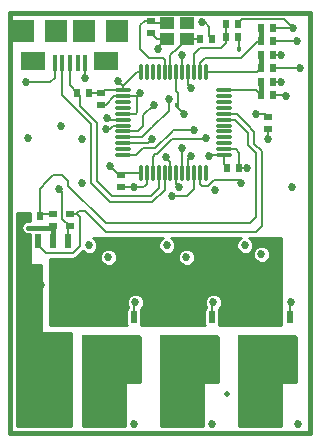
<source format=gbl>
G04 (created by PCBNEW-RS274X (2012-01-19 BZR 3256)-stable) date 9/11/2012 11:00:15 PM*
G01*
G70*
G90*
%MOIN*%
G04 Gerber Fmt 3.4, Leading zero omitted, Abs format*
%FSLAX34Y34*%
G04 APERTURE LIST*
%ADD10C,0.001000*%
%ADD11C,0.015000*%
%ADD12R,0.015700X0.053100*%
%ADD13R,0.082700X0.063000*%
%ADD14R,0.074800X0.074800*%
%ADD15R,0.020000X0.045000*%
%ADD16O,0.011800X0.055100*%
%ADD17O,0.055100X0.011800*%
%ADD18R,0.196900X0.161400*%
%ADD19R,0.019700X0.041300*%
%ADD20R,0.025000X0.020000*%
%ADD21R,0.020000X0.025000*%
%ADD22R,0.047200X0.039400*%
%ADD23C,0.027000*%
%ADD24C,0.020000*%
%ADD25C,0.018000*%
%ADD26C,0.008000*%
%ADD27C,0.010000*%
G04 APERTURE END LIST*
G54D10*
G54D11*
X44016Y-40961D02*
X44016Y-54961D01*
X54016Y-40961D02*
X44016Y-40961D01*
X54016Y-54961D02*
X54016Y-40961D01*
X44016Y-54961D02*
X54016Y-54961D01*
G54D12*
X45504Y-42624D03*
X45760Y-42624D03*
X46016Y-42624D03*
X46272Y-42624D03*
X46528Y-42624D03*
G54D13*
X44796Y-42565D03*
X47236Y-42565D03*
G54D14*
X45544Y-41561D03*
X46488Y-41561D03*
X47591Y-41561D03*
X44441Y-41561D03*
G54D15*
X45950Y-48550D03*
X45450Y-48550D03*
X44950Y-48550D03*
X44450Y-48550D03*
X44450Y-51050D03*
X44950Y-51050D03*
X45450Y-51050D03*
X45950Y-51050D03*
G54D16*
X48383Y-42938D03*
X48580Y-42938D03*
X48777Y-42938D03*
X48974Y-42938D03*
X49171Y-42938D03*
X49368Y-42938D03*
X49564Y-42938D03*
X49761Y-42938D03*
X49958Y-42938D03*
X50155Y-42938D03*
X50352Y-42938D03*
X50549Y-42938D03*
G54D17*
X51139Y-43528D03*
X51139Y-43725D03*
X51139Y-43922D03*
X51139Y-44119D03*
X51139Y-44316D03*
X51139Y-44513D03*
X51139Y-44709D03*
X51139Y-44906D03*
X51139Y-45103D03*
X51139Y-45300D03*
X51139Y-45497D03*
X51139Y-45694D03*
G54D16*
X50549Y-46284D03*
X50352Y-46284D03*
X50155Y-46284D03*
X49958Y-46284D03*
X49761Y-46284D03*
X49564Y-46284D03*
X49368Y-46284D03*
X49171Y-46284D03*
X48974Y-46284D03*
X48777Y-46284D03*
X48580Y-46284D03*
X48383Y-46284D03*
G54D17*
X47793Y-45694D03*
X47793Y-45497D03*
X47793Y-45300D03*
X47793Y-45103D03*
X47793Y-44906D03*
X47793Y-44709D03*
X47793Y-44513D03*
X47793Y-44316D03*
X47793Y-44119D03*
X47793Y-43922D03*
X47793Y-43725D03*
X47793Y-43528D03*
G54D18*
X47400Y-52500D03*
G54D19*
X46652Y-51102D03*
X47144Y-51102D03*
X47656Y-51102D03*
X48148Y-51102D03*
G54D18*
X50000Y-52500D03*
G54D19*
X49252Y-51102D03*
X49744Y-51102D03*
X50256Y-51102D03*
X50748Y-51102D03*
G54D18*
X52600Y-52500D03*
G54D19*
X51852Y-51102D03*
X52344Y-51102D03*
X52856Y-51102D03*
X53348Y-51102D03*
G54D20*
X45466Y-47661D03*
X45466Y-48061D03*
X46016Y-48061D03*
X46016Y-47661D03*
G54D21*
X45016Y-47711D03*
X44616Y-47711D03*
X52400Y-43250D03*
X52800Y-43250D03*
X52800Y-43700D03*
X52400Y-43700D03*
X52400Y-42350D03*
X52800Y-42350D03*
X52800Y-42800D03*
X52400Y-42800D03*
X52400Y-41450D03*
X52800Y-41450D03*
X52800Y-41900D03*
X52400Y-41900D03*
X51216Y-41311D03*
X51616Y-41311D03*
X51616Y-41761D03*
X51216Y-41761D03*
X51266Y-46111D03*
X51666Y-46111D03*
G54D20*
X52616Y-44811D03*
X52616Y-44411D03*
X47066Y-43611D03*
X47066Y-44011D03*
X47716Y-46361D03*
X47716Y-46761D03*
G54D21*
X46666Y-43611D03*
X46266Y-43611D03*
G54D20*
X48716Y-41611D03*
X48716Y-41211D03*
G54D21*
X50766Y-41811D03*
X50366Y-41811D03*
G54D22*
X49916Y-41811D03*
X49916Y-41299D03*
X49247Y-41299D03*
X49247Y-41811D03*
G54D23*
X52616Y-45161D03*
X50066Y-43461D03*
X47366Y-46061D03*
X50666Y-45711D03*
X45716Y-44711D03*
X45666Y-46811D03*
X47616Y-43211D03*
X44566Y-43261D03*
G54D24*
X51266Y-53661D03*
G54D23*
X53216Y-43711D03*
X49216Y-45761D03*
X50066Y-45711D03*
X49666Y-46761D03*
X49416Y-47061D03*
X49766Y-45461D03*
X51716Y-46621D03*
X48766Y-45161D03*
X47266Y-44461D03*
X47216Y-44811D03*
X49766Y-42361D03*
X53066Y-43261D03*
X52216Y-44311D03*
X50866Y-46861D03*
X51916Y-46111D03*
X48366Y-43611D03*
X48166Y-46761D03*
X46416Y-46611D03*
X44616Y-45111D03*
X53416Y-46761D03*
X53066Y-42361D03*
X53450Y-41450D03*
X48966Y-42161D03*
X46416Y-45161D03*
X45066Y-50011D03*
X50416Y-41261D03*
X46516Y-43111D03*
X49316Y-43811D03*
X48816Y-44011D03*
X53400Y-50600D03*
X52400Y-49000D03*
X53616Y-54661D03*
X50800Y-50600D03*
X49900Y-49100D03*
X50766Y-54661D03*
X48200Y-50600D03*
X47300Y-49100D03*
X48166Y-54661D03*
X49816Y-44311D03*
X46566Y-54561D03*
X47166Y-54561D03*
X46566Y-54261D03*
X46866Y-54561D03*
X47766Y-54561D03*
X46866Y-54261D03*
X47766Y-53961D03*
X47766Y-54261D03*
X47466Y-54261D03*
X46566Y-53961D03*
X46866Y-53961D03*
X47166Y-53961D03*
X47466Y-53961D03*
X47166Y-54261D03*
X47466Y-54561D03*
X46650Y-48700D03*
G54D25*
X51666Y-42161D03*
G54D23*
X49466Y-54561D03*
X49166Y-54561D03*
X49466Y-54261D03*
X49166Y-54261D03*
X49766Y-54561D03*
X50066Y-54561D03*
X50366Y-54561D03*
X50066Y-53961D03*
X49166Y-53961D03*
X49466Y-53961D03*
X49766Y-53961D03*
X49766Y-54261D03*
X50366Y-53961D03*
X50366Y-54261D03*
X50066Y-54261D03*
X49250Y-48700D03*
X53600Y-41900D03*
X52066Y-54561D03*
X51766Y-53961D03*
X51766Y-54561D03*
X52666Y-53961D03*
X52966Y-54561D03*
X51766Y-54261D03*
X52066Y-54261D03*
X52366Y-54261D03*
X52666Y-54261D03*
X52966Y-54261D03*
X52966Y-53961D03*
X52366Y-54561D03*
X52066Y-53961D03*
X52666Y-54561D03*
X52366Y-53961D03*
X53700Y-42800D03*
X51850Y-48700D03*
X50166Y-44861D03*
X50566Y-45111D03*
G54D26*
X52616Y-44811D02*
X52616Y-45111D01*
X52616Y-45111D02*
X52616Y-45161D01*
X47793Y-43384D02*
X48239Y-42938D01*
X50066Y-43461D02*
X50016Y-43411D01*
X49958Y-43353D02*
X49958Y-42938D01*
X49958Y-43353D02*
X50016Y-43411D01*
X47366Y-46061D02*
X47416Y-46111D01*
X45950Y-48127D02*
X45950Y-48550D01*
X47793Y-46284D02*
X48383Y-46284D01*
X51139Y-45984D02*
X51266Y-46111D01*
X47793Y-43388D02*
X47616Y-43211D01*
X48239Y-42938D02*
X48383Y-42938D01*
X50683Y-45694D02*
X50666Y-45711D01*
X51139Y-45694D02*
X51139Y-45984D01*
X47149Y-43528D02*
X47066Y-43611D01*
X47666Y-46361D02*
X47416Y-46111D01*
X47793Y-43528D02*
X47793Y-43388D01*
X51139Y-45694D02*
X50683Y-45694D01*
X45766Y-47811D02*
X45766Y-46911D01*
X46016Y-48061D02*
X45766Y-47811D01*
X47793Y-43528D02*
X47793Y-43384D01*
X47666Y-46361D02*
X47716Y-46361D01*
X47716Y-46361D02*
X47793Y-46284D01*
X47793Y-43528D02*
X47149Y-43528D01*
X46016Y-48061D02*
X45950Y-48127D01*
X45766Y-46911D02*
X45666Y-46811D01*
X47066Y-43611D02*
X46666Y-43611D01*
X45504Y-43123D02*
X45504Y-42624D01*
X44566Y-43261D02*
X45366Y-43261D01*
X45366Y-43261D02*
X45504Y-43123D01*
X52800Y-43700D02*
X52800Y-43677D01*
X53205Y-43700D02*
X52800Y-43700D01*
X53205Y-43700D02*
X53216Y-43711D01*
X51139Y-43528D02*
X52228Y-43528D01*
X52400Y-43250D02*
X52333Y-43317D01*
G54D11*
X52400Y-43250D02*
X52400Y-43700D01*
G54D26*
X52228Y-43528D02*
X52400Y-43700D01*
X45966Y-46561D02*
X45966Y-46711D01*
X47416Y-47961D02*
X51866Y-47961D01*
X45766Y-46361D02*
X45966Y-46561D01*
X45966Y-46711D02*
X47216Y-47961D01*
X45266Y-46561D02*
X45466Y-46361D01*
X45066Y-47661D02*
X45466Y-47661D01*
X45016Y-47711D02*
X45066Y-47661D01*
X45016Y-46811D02*
X45016Y-46961D01*
X45266Y-46561D02*
X45016Y-46811D01*
X45016Y-47711D02*
X45016Y-46961D01*
X47216Y-47961D02*
X47416Y-47961D01*
X45466Y-46361D02*
X45766Y-46361D01*
X52216Y-45611D02*
X51966Y-45361D01*
X51518Y-44513D02*
X51139Y-44513D01*
X47366Y-47961D02*
X47416Y-47961D01*
X52216Y-46961D02*
X52216Y-46661D01*
X51716Y-44711D02*
X51518Y-44513D01*
X52216Y-46661D02*
X52216Y-45611D01*
X51966Y-45361D02*
X51966Y-44961D01*
X52216Y-47761D02*
X52216Y-46961D01*
X51766Y-44761D02*
X51716Y-44711D01*
X51866Y-47961D02*
X52016Y-47961D01*
X52016Y-47961D02*
X52216Y-47761D01*
X51966Y-44961D02*
X51766Y-44761D01*
X51066Y-42111D02*
X50366Y-42111D01*
X51216Y-41961D02*
X51066Y-42111D01*
X50216Y-42261D02*
X50166Y-42311D01*
X50166Y-42927D02*
X50155Y-42938D01*
X51216Y-41761D02*
X51216Y-41961D01*
X50366Y-42111D02*
X50216Y-42261D01*
X50166Y-42311D02*
X50166Y-42927D01*
X51216Y-41311D02*
X51216Y-41761D01*
G54D11*
X52400Y-41450D02*
X52400Y-41900D01*
G54D26*
X50516Y-42461D02*
X51716Y-42461D01*
X50352Y-42625D02*
X50516Y-42461D01*
X50352Y-42938D02*
X50352Y-42625D01*
X51716Y-42461D02*
X52277Y-41900D01*
X52277Y-41900D02*
X52400Y-41900D01*
X52262Y-42938D02*
X50549Y-42938D01*
G54D11*
X52400Y-42350D02*
X52400Y-42800D01*
G54D26*
X52400Y-42800D02*
X52262Y-42938D01*
X49368Y-45913D02*
X49368Y-46284D01*
X49216Y-45761D02*
X49368Y-45913D01*
X49958Y-45819D02*
X50066Y-45711D01*
X49958Y-46284D02*
X49958Y-45869D01*
X49958Y-45869D02*
X49958Y-45819D01*
X49564Y-46609D02*
X49564Y-46284D01*
X49564Y-46659D02*
X49564Y-46609D01*
X49666Y-46761D02*
X49564Y-46659D01*
X50155Y-46822D02*
X50155Y-46284D01*
X49966Y-47011D02*
X50155Y-46822D01*
X49416Y-47061D02*
X49916Y-47061D01*
X49916Y-47061D02*
X49966Y-47011D01*
X49766Y-45556D02*
X49766Y-45461D01*
X49761Y-46284D02*
X49761Y-45561D01*
X49761Y-45561D02*
X49761Y-45556D01*
X49761Y-45561D02*
X49766Y-45556D01*
X50806Y-46521D02*
X50616Y-46711D01*
X50416Y-46711D02*
X50352Y-46647D01*
X50352Y-46647D02*
X50352Y-46284D01*
X51716Y-46621D02*
X51616Y-46521D01*
X50616Y-46711D02*
X50416Y-46711D01*
X51616Y-46521D02*
X50806Y-46521D01*
X47793Y-45300D02*
X48627Y-45300D01*
X48627Y-45300D02*
X48766Y-45161D01*
X47793Y-44513D02*
X47318Y-44513D01*
X47318Y-44513D02*
X47266Y-44461D01*
X52416Y-45561D02*
X52166Y-45311D01*
X47216Y-48261D02*
X52216Y-48261D01*
X46216Y-47661D02*
X46316Y-47561D01*
X51571Y-44316D02*
X51139Y-44316D01*
X46289Y-47684D02*
X46266Y-47661D01*
X45216Y-48961D02*
X46116Y-48961D01*
X46116Y-48961D02*
X46366Y-48711D01*
X51916Y-44661D02*
X51571Y-44316D01*
X52416Y-47061D02*
X52416Y-45561D01*
X52166Y-45311D02*
X52166Y-44911D01*
X46016Y-47661D02*
X46266Y-47661D01*
X52416Y-48061D02*
X52416Y-47061D01*
X46316Y-47561D02*
X46516Y-47561D01*
X52166Y-44911D02*
X51916Y-44661D01*
X46516Y-47561D02*
X47216Y-48261D01*
X45216Y-48961D02*
X44950Y-48695D01*
X44950Y-48695D02*
X44950Y-48550D01*
X52216Y-48261D02*
X52416Y-48061D01*
X46366Y-48711D02*
X46366Y-47761D01*
X46016Y-47661D02*
X46216Y-47661D01*
X46289Y-47684D02*
X46366Y-47761D01*
X47793Y-44709D02*
X47468Y-44709D01*
X47366Y-44811D02*
X47216Y-44811D01*
X47468Y-44709D02*
X47366Y-44811D01*
X49761Y-42938D02*
X49766Y-42933D01*
X49766Y-42933D02*
X49766Y-42361D01*
X52800Y-43250D02*
X52811Y-43261D01*
X52811Y-43261D02*
X53066Y-43261D01*
X52616Y-44411D02*
X52516Y-44311D01*
X52516Y-44311D02*
X52216Y-44311D01*
X48211Y-44316D02*
X48266Y-44261D01*
X51616Y-41311D02*
X51766Y-41161D01*
X51666Y-46111D02*
X51916Y-46111D01*
X48580Y-46284D02*
X48580Y-46647D01*
X48466Y-46761D02*
X48166Y-46761D01*
X53055Y-42350D02*
X53066Y-42361D01*
X47502Y-43725D02*
X47216Y-44011D01*
X48516Y-46711D02*
X48580Y-46647D01*
X47716Y-46761D02*
X48166Y-46761D01*
X48916Y-41811D02*
X49247Y-41811D01*
X48716Y-41611D02*
X48916Y-41811D01*
X52800Y-41450D02*
X53450Y-41450D01*
X51666Y-45611D02*
X51666Y-46111D01*
X47716Y-46761D02*
X47777Y-46700D01*
X48252Y-43725D02*
X47793Y-43725D01*
X48266Y-43711D02*
X48366Y-43611D01*
X50416Y-41261D02*
X50366Y-41261D01*
X46528Y-43099D02*
X46516Y-43111D01*
X53161Y-41161D02*
X53450Y-41450D01*
X47216Y-44011D02*
X47066Y-44011D01*
X50366Y-41261D02*
X50516Y-41261D01*
X50666Y-41711D02*
X50666Y-41411D01*
X50666Y-41711D02*
X50766Y-41811D01*
X47793Y-43725D02*
X47502Y-43725D01*
X50666Y-41411D02*
X50516Y-41261D01*
X47793Y-44316D02*
X48211Y-44316D01*
X51552Y-45497D02*
X51666Y-45611D01*
X52800Y-42350D02*
X53055Y-42350D01*
X44450Y-51050D02*
X44450Y-48550D01*
X51139Y-45497D02*
X51552Y-45497D01*
X48516Y-46711D02*
X48466Y-46761D01*
X48966Y-42092D02*
X49247Y-41811D01*
X48266Y-44261D02*
X48266Y-43711D01*
X51766Y-41161D02*
X53161Y-41161D01*
X48366Y-43611D02*
X48252Y-43725D01*
X48966Y-42092D02*
X48966Y-42161D01*
X46528Y-42624D02*
X46528Y-43099D01*
X48766Y-44761D02*
X49316Y-44211D01*
X48766Y-44761D02*
X48424Y-45103D01*
X47793Y-45103D02*
X48424Y-45103D01*
X49316Y-44211D02*
X49316Y-43811D01*
X48466Y-44361D02*
X48816Y-44011D01*
X47793Y-44906D02*
X48271Y-44906D01*
X48466Y-44711D02*
X48271Y-44906D01*
X48466Y-44461D02*
X48466Y-44711D01*
X48466Y-44361D02*
X48466Y-44461D01*
G54D11*
X45450Y-48550D02*
X45466Y-48534D01*
X45416Y-48111D02*
X44616Y-48111D01*
X45466Y-48534D02*
X45466Y-48061D01*
X45466Y-48061D02*
X45416Y-48111D01*
G54D26*
X49916Y-41811D02*
X49616Y-42111D01*
X49366Y-42361D02*
X49366Y-42936D01*
X49366Y-42936D02*
X49368Y-42938D01*
X50366Y-41811D02*
X49916Y-41811D01*
X49616Y-42111D02*
X49366Y-42361D01*
X48804Y-41299D02*
X48716Y-41211D01*
X48366Y-42161D02*
X48666Y-42461D01*
X48366Y-41361D02*
X48366Y-42161D01*
X49116Y-42461D02*
X49171Y-42516D01*
X48666Y-42461D02*
X49116Y-42461D01*
X48516Y-41211D02*
X48366Y-41361D01*
X48716Y-41211D02*
X48516Y-41211D01*
X49247Y-41299D02*
X48804Y-41299D01*
X49171Y-42516D02*
X49171Y-42938D01*
X53348Y-50652D02*
X53400Y-50600D01*
X53348Y-51102D02*
X53348Y-50652D01*
X53400Y-50600D02*
X53348Y-50652D01*
X50748Y-50652D02*
X50748Y-51102D01*
X50800Y-50600D02*
X50748Y-50652D01*
X48148Y-50652D02*
X48148Y-51102D01*
X48200Y-50600D02*
X48148Y-50652D01*
X49816Y-44311D02*
X49616Y-44111D01*
X49564Y-43559D02*
X49564Y-42938D01*
X49616Y-43611D02*
X49564Y-43559D01*
X49616Y-44111D02*
X49616Y-43611D01*
X49564Y-44059D02*
X49564Y-43959D01*
X49816Y-44311D02*
X49564Y-44059D01*
X47166Y-54561D02*
X47466Y-54561D01*
X46866Y-54261D02*
X46566Y-54261D01*
X46566Y-54561D02*
X46866Y-54561D01*
X47766Y-53961D02*
X47766Y-54261D01*
X47466Y-54261D02*
X47166Y-54261D01*
X46566Y-53961D02*
X46866Y-53961D01*
X47166Y-53961D02*
X47466Y-53961D01*
X51616Y-41761D02*
X51666Y-41811D01*
X51666Y-42161D02*
X51666Y-41811D01*
X49166Y-54561D02*
X49466Y-54561D01*
X49466Y-54261D02*
X49166Y-54261D01*
X50066Y-54261D02*
X49766Y-54261D01*
X49766Y-54561D02*
X50066Y-54561D01*
X49166Y-53961D02*
X49466Y-53961D01*
X49766Y-53961D02*
X50066Y-53961D01*
X50366Y-53961D02*
X50366Y-54261D01*
X52800Y-41900D02*
X53600Y-41900D01*
X51766Y-53961D02*
X52066Y-53961D01*
X52066Y-54261D02*
X51766Y-54261D01*
X52666Y-54261D02*
X52366Y-54261D01*
X52966Y-53961D02*
X52966Y-54261D01*
X52366Y-53961D02*
X52666Y-53961D01*
X52366Y-54561D02*
X52666Y-54561D01*
X51766Y-54561D02*
X52066Y-54561D01*
X52800Y-42800D02*
X53700Y-42800D01*
X48466Y-45461D02*
X48866Y-45461D01*
X48233Y-45694D02*
X47793Y-45694D01*
X50166Y-44861D02*
X49466Y-44861D01*
X48233Y-45694D02*
X48466Y-45461D01*
X49466Y-44861D02*
X49416Y-44911D01*
X48866Y-45461D02*
X49416Y-44911D01*
X48777Y-46000D02*
X48777Y-46284D01*
X48777Y-46000D02*
X48777Y-45750D01*
X49616Y-45161D02*
X50516Y-45161D01*
X50516Y-45161D02*
X50566Y-45111D01*
X49416Y-45161D02*
X49616Y-45161D01*
X48916Y-45661D02*
X49416Y-45161D01*
X48866Y-45661D02*
X48916Y-45661D01*
X48777Y-45750D02*
X48866Y-45661D01*
X46366Y-43711D02*
X46366Y-43961D01*
X46266Y-43611D02*
X46016Y-43361D01*
X48974Y-46803D02*
X48974Y-46284D01*
X48716Y-47061D02*
X48974Y-46803D01*
X46366Y-44061D02*
X46916Y-44611D01*
X46266Y-43611D02*
X46366Y-43711D01*
X46016Y-43361D02*
X46016Y-42624D01*
X47416Y-47061D02*
X48716Y-47061D01*
X46366Y-43961D02*
X46366Y-44061D01*
X46916Y-46561D02*
X47416Y-47061D01*
X46916Y-44611D02*
X46916Y-46561D01*
X48766Y-47261D02*
X49171Y-46856D01*
X45760Y-43705D02*
X46716Y-44661D01*
X46716Y-44661D02*
X46716Y-46611D01*
X46716Y-46611D02*
X47316Y-47211D01*
X47316Y-47211D02*
X47366Y-47261D01*
X47366Y-47261D02*
X48766Y-47261D01*
X45760Y-42624D02*
X45760Y-43705D01*
X49171Y-46856D02*
X49171Y-46284D01*
G54D10*
G36*
X53050Y-51350D02*
X52684Y-51350D01*
X52684Y-49057D01*
X52684Y-48944D01*
X52641Y-48840D01*
X52561Y-48760D01*
X52457Y-48716D01*
X52344Y-48716D01*
X52240Y-48759D01*
X52160Y-48839D01*
X52116Y-48943D01*
X52116Y-49056D01*
X52159Y-49160D01*
X52239Y-49240D01*
X52343Y-49284D01*
X52456Y-49284D01*
X52560Y-49241D01*
X52640Y-49161D01*
X52684Y-49057D01*
X52684Y-51350D01*
X50989Y-51350D01*
X50995Y-51337D01*
X50995Y-51278D01*
X50995Y-50866D01*
X50977Y-50823D01*
X51040Y-50761D01*
X51084Y-50657D01*
X51084Y-50544D01*
X51041Y-50440D01*
X50961Y-50360D01*
X50857Y-50316D01*
X50744Y-50316D01*
X50640Y-50359D01*
X50560Y-50439D01*
X50516Y-50543D01*
X50516Y-50656D01*
X50558Y-50757D01*
X50558Y-50777D01*
X50523Y-50812D01*
X50501Y-50867D01*
X50501Y-50926D01*
X50501Y-51338D01*
X50506Y-51350D01*
X50184Y-51350D01*
X50184Y-49157D01*
X50184Y-49044D01*
X50141Y-48940D01*
X50061Y-48860D01*
X49957Y-48816D01*
X49844Y-48816D01*
X49740Y-48859D01*
X49660Y-48939D01*
X49616Y-49043D01*
X49616Y-49156D01*
X49659Y-49260D01*
X49739Y-49340D01*
X49843Y-49384D01*
X49956Y-49384D01*
X50060Y-49341D01*
X50140Y-49261D01*
X50184Y-49157D01*
X50184Y-51350D01*
X48389Y-51350D01*
X48395Y-51337D01*
X48395Y-51278D01*
X48395Y-50866D01*
X48377Y-50823D01*
X48440Y-50761D01*
X48484Y-50657D01*
X48484Y-50544D01*
X48441Y-50440D01*
X48361Y-50360D01*
X48257Y-50316D01*
X48144Y-50316D01*
X48040Y-50359D01*
X47960Y-50439D01*
X47916Y-50543D01*
X47916Y-50656D01*
X47958Y-50757D01*
X47958Y-50777D01*
X47923Y-50812D01*
X47901Y-50867D01*
X47901Y-50926D01*
X47901Y-51338D01*
X47906Y-51350D01*
X47584Y-51350D01*
X47584Y-49157D01*
X47584Y-49044D01*
X47541Y-48940D01*
X47461Y-48860D01*
X47357Y-48816D01*
X47244Y-48816D01*
X47140Y-48859D01*
X47060Y-48939D01*
X47016Y-49043D01*
X47016Y-49156D01*
X47059Y-49260D01*
X47139Y-49340D01*
X47243Y-49384D01*
X47356Y-49384D01*
X47460Y-49341D01*
X47540Y-49261D01*
X47584Y-49157D01*
X47584Y-51350D01*
X45350Y-51350D01*
X45350Y-50068D01*
X45350Y-49955D01*
X45350Y-49151D01*
X46116Y-49151D01*
X46121Y-49150D01*
X46189Y-49137D01*
X46250Y-49095D01*
X46447Y-48898D01*
X46489Y-48940D01*
X46593Y-48984D01*
X46706Y-48984D01*
X46810Y-48941D01*
X46890Y-48861D01*
X46934Y-48757D01*
X46934Y-48644D01*
X46891Y-48540D01*
X46811Y-48460D01*
X46787Y-48450D01*
X47210Y-48450D01*
X47215Y-48450D01*
X47216Y-48451D01*
X49109Y-48451D01*
X49090Y-48459D01*
X49010Y-48539D01*
X48966Y-48643D01*
X48966Y-48756D01*
X49009Y-48860D01*
X49089Y-48940D01*
X49193Y-48984D01*
X49306Y-48984D01*
X49410Y-48941D01*
X49490Y-48861D01*
X49534Y-48757D01*
X49534Y-48644D01*
X49491Y-48540D01*
X49411Y-48460D01*
X49389Y-48451D01*
X51709Y-48451D01*
X51690Y-48459D01*
X51610Y-48539D01*
X51566Y-48643D01*
X51566Y-48756D01*
X51609Y-48860D01*
X51689Y-48940D01*
X51793Y-48984D01*
X51906Y-48984D01*
X52010Y-48941D01*
X52090Y-48861D01*
X52134Y-48757D01*
X52134Y-48644D01*
X52091Y-48540D01*
X52011Y-48460D01*
X51989Y-48451D01*
X52216Y-48451D01*
X52221Y-48450D01*
X53050Y-48450D01*
X53050Y-51350D01*
X53050Y-51350D01*
G37*
G54D27*
X53050Y-51350D02*
X52684Y-51350D01*
X52684Y-49057D01*
X52684Y-48944D01*
X52641Y-48840D01*
X52561Y-48760D01*
X52457Y-48716D01*
X52344Y-48716D01*
X52240Y-48759D01*
X52160Y-48839D01*
X52116Y-48943D01*
X52116Y-49056D01*
X52159Y-49160D01*
X52239Y-49240D01*
X52343Y-49284D01*
X52456Y-49284D01*
X52560Y-49241D01*
X52640Y-49161D01*
X52684Y-49057D01*
X52684Y-51350D01*
X50989Y-51350D01*
X50995Y-51337D01*
X50995Y-51278D01*
X50995Y-50866D01*
X50977Y-50823D01*
X51040Y-50761D01*
X51084Y-50657D01*
X51084Y-50544D01*
X51041Y-50440D01*
X50961Y-50360D01*
X50857Y-50316D01*
X50744Y-50316D01*
X50640Y-50359D01*
X50560Y-50439D01*
X50516Y-50543D01*
X50516Y-50656D01*
X50558Y-50757D01*
X50558Y-50777D01*
X50523Y-50812D01*
X50501Y-50867D01*
X50501Y-50926D01*
X50501Y-51338D01*
X50506Y-51350D01*
X50184Y-51350D01*
X50184Y-49157D01*
X50184Y-49044D01*
X50141Y-48940D01*
X50061Y-48860D01*
X49957Y-48816D01*
X49844Y-48816D01*
X49740Y-48859D01*
X49660Y-48939D01*
X49616Y-49043D01*
X49616Y-49156D01*
X49659Y-49260D01*
X49739Y-49340D01*
X49843Y-49384D01*
X49956Y-49384D01*
X50060Y-49341D01*
X50140Y-49261D01*
X50184Y-49157D01*
X50184Y-51350D01*
X48389Y-51350D01*
X48395Y-51337D01*
X48395Y-51278D01*
X48395Y-50866D01*
X48377Y-50823D01*
X48440Y-50761D01*
X48484Y-50657D01*
X48484Y-50544D01*
X48441Y-50440D01*
X48361Y-50360D01*
X48257Y-50316D01*
X48144Y-50316D01*
X48040Y-50359D01*
X47960Y-50439D01*
X47916Y-50543D01*
X47916Y-50656D01*
X47958Y-50757D01*
X47958Y-50777D01*
X47923Y-50812D01*
X47901Y-50867D01*
X47901Y-50926D01*
X47901Y-51338D01*
X47906Y-51350D01*
X47584Y-51350D01*
X47584Y-49157D01*
X47584Y-49044D01*
X47541Y-48940D01*
X47461Y-48860D01*
X47357Y-48816D01*
X47244Y-48816D01*
X47140Y-48859D01*
X47060Y-48939D01*
X47016Y-49043D01*
X47016Y-49156D01*
X47059Y-49260D01*
X47139Y-49340D01*
X47243Y-49384D01*
X47356Y-49384D01*
X47460Y-49341D01*
X47540Y-49261D01*
X47584Y-49157D01*
X47584Y-51350D01*
X45350Y-51350D01*
X45350Y-50068D01*
X45350Y-49955D01*
X45350Y-49151D01*
X46116Y-49151D01*
X46121Y-49150D01*
X46189Y-49137D01*
X46250Y-49095D01*
X46447Y-48898D01*
X46489Y-48940D01*
X46593Y-48984D01*
X46706Y-48984D01*
X46810Y-48941D01*
X46890Y-48861D01*
X46934Y-48757D01*
X46934Y-48644D01*
X46891Y-48540D01*
X46811Y-48460D01*
X46787Y-48450D01*
X47210Y-48450D01*
X47215Y-48450D01*
X47216Y-48451D01*
X49109Y-48451D01*
X49090Y-48459D01*
X49010Y-48539D01*
X48966Y-48643D01*
X48966Y-48756D01*
X49009Y-48860D01*
X49089Y-48940D01*
X49193Y-48984D01*
X49306Y-48984D01*
X49410Y-48941D01*
X49490Y-48861D01*
X49534Y-48757D01*
X49534Y-48644D01*
X49491Y-48540D01*
X49411Y-48460D01*
X49389Y-48451D01*
X51709Y-48451D01*
X51690Y-48459D01*
X51610Y-48539D01*
X51566Y-48643D01*
X51566Y-48756D01*
X51609Y-48860D01*
X51689Y-48940D01*
X51793Y-48984D01*
X51906Y-48984D01*
X52010Y-48941D01*
X52090Y-48861D01*
X52134Y-48757D01*
X52134Y-48644D01*
X52091Y-48540D01*
X52011Y-48460D01*
X51989Y-48451D01*
X52216Y-48451D01*
X52221Y-48450D01*
X53050Y-48450D01*
X53050Y-51350D01*
X51650Y-51750D02*
X53550Y-51750D01*
X51650Y-51830D02*
X53550Y-51830D01*
X51650Y-51910D02*
X53550Y-51910D01*
X51650Y-51990D02*
X53550Y-51990D01*
X51650Y-52070D02*
X53550Y-52070D01*
X51650Y-52150D02*
X53550Y-52150D01*
X51650Y-52230D02*
X53550Y-52230D01*
X51650Y-52310D02*
X53550Y-52310D01*
X51650Y-52390D02*
X53550Y-52390D01*
X51650Y-52470D02*
X53550Y-52470D01*
X51650Y-52550D02*
X53550Y-52550D01*
X51650Y-52630D02*
X53550Y-52630D01*
X51650Y-52710D02*
X53550Y-52710D01*
X51650Y-52790D02*
X53550Y-52790D01*
X51650Y-52870D02*
X53550Y-52870D01*
X51650Y-52950D02*
X53550Y-52950D01*
X51650Y-53030D02*
X53550Y-53030D01*
X51650Y-53110D02*
X53550Y-53110D01*
X51650Y-53190D02*
X53550Y-53190D01*
X51650Y-53270D02*
X53050Y-53270D01*
X51650Y-53350D02*
X53050Y-53350D01*
X51650Y-53430D02*
X53050Y-53430D01*
X51650Y-53510D02*
X53050Y-53510D01*
X51650Y-53590D02*
X53050Y-53590D01*
X51650Y-53670D02*
X53050Y-53670D01*
X51650Y-53750D02*
X53050Y-53750D01*
X51650Y-53830D02*
X53050Y-53830D01*
X51650Y-53910D02*
X53050Y-53910D01*
X51650Y-53990D02*
X53050Y-53990D01*
X51650Y-54070D02*
X53050Y-54070D01*
X51650Y-54150D02*
X53050Y-54150D01*
X51650Y-54230D02*
X53050Y-54230D01*
X51650Y-54310D02*
X53050Y-54310D01*
X51650Y-54390D02*
X53050Y-54390D01*
X51650Y-54470D02*
X53050Y-54470D01*
X51650Y-54550D02*
X53050Y-54550D01*
X51650Y-54630D02*
X53050Y-54630D01*
X51650Y-54710D02*
X53050Y-54710D01*
X53550Y-53250D02*
X53050Y-53250D01*
X53050Y-54736D01*
X51650Y-54736D01*
X51650Y-51750D01*
X53550Y-51750D01*
X53550Y-53250D01*
X49050Y-51750D02*
X50950Y-51750D01*
X49050Y-51830D02*
X50950Y-51830D01*
X49050Y-51910D02*
X50950Y-51910D01*
X49050Y-51990D02*
X50950Y-51990D01*
X49050Y-52070D02*
X50950Y-52070D01*
X49050Y-52150D02*
X50950Y-52150D01*
X49050Y-52230D02*
X50950Y-52230D01*
X49050Y-52310D02*
X50950Y-52310D01*
X49050Y-52390D02*
X50950Y-52390D01*
X49050Y-52470D02*
X50950Y-52470D01*
X49050Y-52550D02*
X50950Y-52550D01*
X49050Y-52630D02*
X50950Y-52630D01*
X49050Y-52710D02*
X50950Y-52710D01*
X49050Y-52790D02*
X50950Y-52790D01*
X49050Y-52870D02*
X50950Y-52870D01*
X49050Y-52950D02*
X50950Y-52950D01*
X49050Y-53030D02*
X50950Y-53030D01*
X49050Y-53110D02*
X50950Y-53110D01*
X49050Y-53190D02*
X50950Y-53190D01*
X49050Y-53270D02*
X50450Y-53270D01*
X49050Y-53350D02*
X50450Y-53350D01*
X49050Y-53430D02*
X50450Y-53430D01*
X49050Y-53510D02*
X50450Y-53510D01*
X49050Y-53590D02*
X50450Y-53590D01*
X49050Y-53670D02*
X50450Y-53670D01*
X49050Y-53750D02*
X50450Y-53750D01*
X49050Y-53830D02*
X50450Y-53830D01*
X49050Y-53910D02*
X50450Y-53910D01*
X49050Y-53990D02*
X50450Y-53990D01*
X49050Y-54070D02*
X50450Y-54070D01*
X49050Y-54150D02*
X50450Y-54150D01*
X49050Y-54230D02*
X50450Y-54230D01*
X49050Y-54310D02*
X50450Y-54310D01*
X49050Y-54390D02*
X50450Y-54390D01*
X49050Y-54470D02*
X50450Y-54470D01*
X49050Y-54550D02*
X50450Y-54550D01*
X49050Y-54630D02*
X50450Y-54630D01*
X49050Y-54710D02*
X50450Y-54710D01*
X50950Y-53250D02*
X50450Y-53250D01*
X50450Y-54736D01*
X49050Y-54736D01*
X49050Y-51750D01*
X50950Y-51750D01*
X50950Y-53250D01*
X46450Y-51750D02*
X48350Y-51750D01*
X46450Y-51830D02*
X48350Y-51830D01*
X46450Y-51910D02*
X48350Y-51910D01*
X46450Y-51990D02*
X48350Y-51990D01*
X46450Y-52070D02*
X48350Y-52070D01*
X46450Y-52150D02*
X48350Y-52150D01*
X46450Y-52230D02*
X48350Y-52230D01*
X46450Y-52310D02*
X48350Y-52310D01*
X46450Y-52390D02*
X48350Y-52390D01*
X46450Y-52470D02*
X48350Y-52470D01*
X46450Y-52550D02*
X48350Y-52550D01*
X46450Y-52630D02*
X48350Y-52630D01*
X46450Y-52710D02*
X48350Y-52710D01*
X46450Y-52790D02*
X48350Y-52790D01*
X46450Y-52870D02*
X48350Y-52870D01*
X46450Y-52950D02*
X48350Y-52950D01*
X46450Y-53030D02*
X48350Y-53030D01*
X46450Y-53110D02*
X48350Y-53110D01*
X46450Y-53190D02*
X48350Y-53190D01*
X46450Y-53270D02*
X47850Y-53270D01*
X46450Y-53350D02*
X47850Y-53350D01*
X46450Y-53430D02*
X47850Y-53430D01*
X46450Y-53510D02*
X47850Y-53510D01*
X46450Y-53590D02*
X47850Y-53590D01*
X46450Y-53670D02*
X47850Y-53670D01*
X46450Y-53750D02*
X47850Y-53750D01*
X46450Y-53830D02*
X47850Y-53830D01*
X46450Y-53910D02*
X47850Y-53910D01*
X46450Y-53990D02*
X47850Y-53990D01*
X46450Y-54070D02*
X47850Y-54070D01*
X46450Y-54150D02*
X47850Y-54150D01*
X46450Y-54230D02*
X47850Y-54230D01*
X46450Y-54310D02*
X47850Y-54310D01*
X46450Y-54390D02*
X47850Y-54390D01*
X46450Y-54470D02*
X47850Y-54470D01*
X46450Y-54550D02*
X47850Y-54550D01*
X46450Y-54630D02*
X47850Y-54630D01*
X46450Y-54710D02*
X47850Y-54710D01*
X48350Y-53250D02*
X47850Y-53250D01*
X47850Y-54736D01*
X46450Y-54736D01*
X46450Y-51750D01*
X48350Y-51750D01*
X48350Y-53250D01*
G54D10*
G36*
X46053Y-51625D02*
X46050Y-54736D01*
X44241Y-54736D01*
X44241Y-47609D01*
X44675Y-47609D01*
X44675Y-47886D01*
X44616Y-47886D01*
X44530Y-47903D01*
X44457Y-47952D01*
X44408Y-48025D01*
X44391Y-48111D01*
X44408Y-48197D01*
X44457Y-48270D01*
X44530Y-48319D01*
X44616Y-48336D01*
X44675Y-48336D01*
X44675Y-49342D01*
X45068Y-49342D01*
X45068Y-51625D01*
X46053Y-51625D01*
X46053Y-51625D01*
G37*
G54D27*
X46053Y-51625D02*
X46050Y-54736D01*
X44241Y-54736D01*
X44241Y-47609D01*
X44675Y-47609D01*
X44675Y-47886D01*
X44616Y-47886D01*
X44530Y-47903D01*
X44457Y-47952D01*
X44408Y-48025D01*
X44391Y-48111D01*
X44408Y-48197D01*
X44457Y-48270D01*
X44530Y-48319D01*
X44616Y-48336D01*
X44675Y-48336D01*
X44675Y-49342D01*
X45068Y-49342D01*
X45068Y-51625D01*
X46053Y-51625D01*
M02*

</source>
